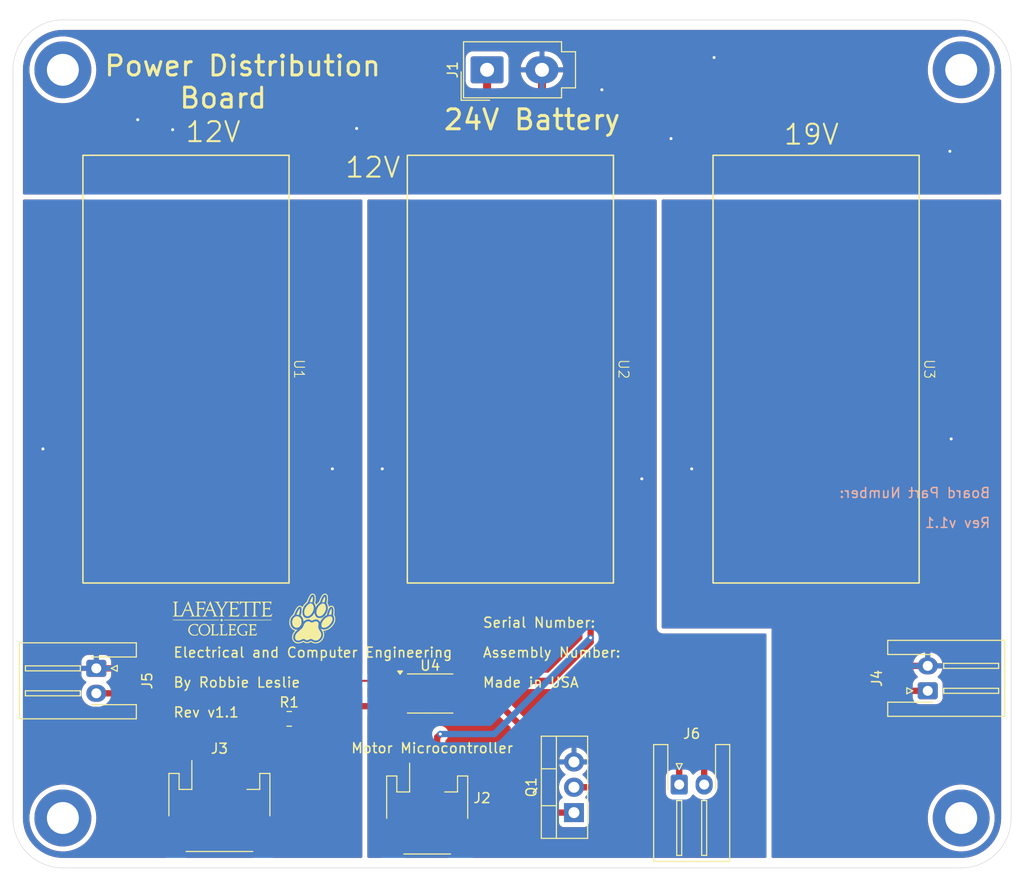
<source format=kicad_pcb>
(kicad_pcb (version 20240108) (generator "pcbnew") (generator_version "8.0")
  (title_block (title "Power Distribution Board") (date "2025-03-07") (rev "v1.1") (company "Lafayette College") (comment 1 "By Robbie Leslie"))
  (layers (0 "F.Cu" signal) (31 "B.Cu" signal) (34 "B.Paste" user) (35 "F.Paste" user) (36 "B.SilkS" user "B.Silkscreen") (37 "F.SilkS" user "F.Silkscreen") (38 "B.Mask" user) (39 "F.Mask" user) (44 "Edge.Cuts" user))
  (net 0 "")
  (net 1 "+BATT")
  (net 2 "-BATT")
  (net 3 "/Reg2 GND")
  (net 4 "/12V Reg2")
  (net 5 "/12V Reg1")
  (net 6 "/Reg1 GND")
  (net 7 "/19V GND")
  (net 8 "/19V")
  (net 9 "/LiDAR On Pin")
  (net 10 "/LiDAR GND")
  (net 11 "/LiDAR Wire")
  (net 12 "Net-(U4-Anode)")
  (footprint "Package_SO:SO-5-6_4.55x3.7mm_P1.27mm" (layer "F.Cu") (at 161.798 112.522)
    (property "Reference" "U4" (at 0 -2.8 0) (layer "F.SilkS"))
    (property "Value" "Optoisolators")
    (pad "1" smd roundrect (at -3.15 -1.27) (size 1.2 0.8) (layers "F.Cu" "F.Paste" "F.Mask") (net 12 "Net-(U4-Anode)"))
    (pad "3" smd roundrect (at -3.15 1.27) (size 1.2 0.8) (layers "F.Cu" "F.Paste" "F.Mask") (net 6 "/Reg1 GND"))
    (pad "4" smd roundrect (at 3.15 1.27) (size 1.2 0.8) (layers "F.Cu" "F.Paste" "F.Mask") (net 3 "/Reg2 GND"))
    (pad "5" smd roundrect (at 3.15 0) (size 1.2 0.8) (layers "F.Cu" "F.Paste" "F.Mask") (net 11 "/LiDAR Wire"))
    (pad "6" smd roundrect (at 3.15 -1.27) (size 1.2 0.8) (layers "F.Cu" "F.Paste" "F.Mask") (net 4 "/12V Reg2"))
  )
  (footprint "Connector_Molex:Molex_Mini-Fit_Jr_5566-02A_2x01_P4.20mm_Vertical" (layer "F.Cu") (at 167.5 50 90)
    (property "Reference" "J1" (at 0 -3.45 90) (layer "F.SilkS"))
    (property "Value" "~")
    (property "Connects To" "24V Battery" (at -5 4.5 0) (layer "F.SilkS") (effects (font (size 2 2) (thickness 0.3))))
    (pad "1" thru_hole roundrect (at 0 0 90) (size 2.7 3.3) (drill 1.4) (layers "*.Cu" "*.Mask" "In1.Cu" "In2.Cu" "In3.Cu" "In4.Cu" "In5.Cu" "In6.Cu" "In7.Cu" "In8.Cu" "In9.Cu" "In10.Cu" "In11.Cu" "In12.Cu" "In13.Cu" "In14.Cu" "In15.Cu" "In16.Cu" "In17.Cu" "In18.Cu" "In19.Cu" "In20.Cu" "In21.Cu" "In22.Cu" "In23.Cu" "In24.Cu" "In25.Cu" "In26.Cu" "In27.Cu" "In28.Cu" "In29.Cu" "In30.Cu") (roundrect_rratio 0.092593) (net 1 "+BATT"))
    (pad "2" thru_hole oval (at 0 5.5 90) (size 2.7 3.3) (drill 1.4) (layers "*.Cu" "*.Mask" "In1.Cu" "In2.Cu" "In3.Cu" "In4.Cu" "In5.Cu" "In6.Cu" "In7.Cu" "In8.Cu" "In9.Cu" "In10.Cu" "In11.Cu" "In12.Cu" "In13.Cu" "In14.Cu" "In15.Cu" "In16.Cu" "In17.Cu" "In18.Cu" "In19.Cu" "In20.Cu" "In21.Cu" "In22.Cu" "In23.Cu" "In24.Cu" "In25.Cu" "In26.Cu" "In27.Cu" "In28.Cu" "In29.Cu" "In30.Cu") (net 2 "-BATT"))
  )
  (footprint "Regulator_Boards:LM2596" (layer "F.Cu") (at 200.628 80 -90)
    (property "Reference" "U3" (at 0 -11.176 -90) (layer "F.SilkS") (effects (font (thickness 0.1))))
    (property "Value" "~")
    (pad "1" smd roundrect (at -19.558 -7.874 270) (size 3 4.2) (layers "F.Cu" "F.Paste" "F.Mask") (net 1 "+BATT"))
    (pad "2" smd roundrect (at -19.558 8.128 270) (size 3 4.2) (layers "F.Cu" "F.Paste" "F.Mask") (net 2 "-BATT"))
    (pad "3" smd roundrect (at 19.558 -7.874 270) (size 3 4.2) (layers "F.Cu" "F.Paste" "F.Mask") (net 8 "/19V"))
    (pad "4" smd roundrect (at 19.558 8.128 270) (size 3 4.2) (layers "F.Cu" "F.Paste" "F.Mask") (net 7 "/19V GND"))
    (zone (net 0) (net_name "") (layer "F.Cu") (connect_pads (clearance 0)) (min_thickness 0.25)
      (keepout (tracks not_allowed) (vias not_allowed) (pads not_allowed) (copperpour not_allowed) (footprints not_allowed))
      (fill (thermal_gap 0.5) (thermal_bridge_width 0.5))
      (polygon (pts (xy 210.788 62.22) (xy 190.468 62.22) (xy 190.468 97.78) (xy 210.788 97.78)))
    )
  )
  (footprint "Connector_JST:JST_XH_S2B-XH-A-1_1x02_P2.50mm_Horizontal" (layer "F.Cu") (at 186.75 121.65)
    (property "Reference" "J6" (at 1.25 -5.1 0) (layer "F.SilkS"))
    (property "Value" "~")
    (pad "1" thru_hole roundrect (at 0 0) (size 1.7 2) (drill 1) (layers "*.Cu" "*.Mask" "In1.Cu" "In2.Cu" "In3.Cu" "In4.Cu" "In5.Cu" "In6.Cu" "In7.Cu" "In8.Cu" "In9.Cu" "In10.Cu" "In11.Cu" "In12.Cu" "In13.Cu" "In14.Cu" "In15.Cu" "In16.Cu" "In17.Cu" "In18.Cu" "In19.Cu" "In20.Cu" "In21.Cu" "In22.Cu" "In23.Cu" "In24.Cu" "In25.Cu" "In26.Cu" "In27.Cu" "In28.Cu" "In29.Cu" "In30.Cu") (roundrect_rratio 0.147059) (net 10 "/LiDAR GND"))
    (pad "2" thru_hole oval (at 2.5 0) (size 1.7 2) (drill 1) (layers "*.Cu" "*.Mask" "In1.Cu" "In2.Cu" "In3.Cu" "In4.Cu" "In5.Cu" "In6.Cu" "In7.Cu" "In8.Cu" "In9.Cu" "In10.Cu" "In11.Cu" "In12.Cu" "In13.Cu" "In14.Cu" "In15.Cu" "In16.Cu" "In17.Cu" "In18.Cu" "In19.Cu" "In20.Cu" "In21.Cu" "In22.Cu" "In23.Cu" "In24.Cu" "In25.Cu" "In26.Cu" "In27.Cu" "In28.Cu" "In29.Cu" "In30.Cu") (net 4 "/12V Reg2"))
  )
  (footprint "Connector_JST:JST_PH_S2B-PH-SM4-TB_1x02-1MP_P2.00mm_Horizontal" (layer "F.Cu") (at 161.5 124.1)
    (property "Reference" "J2" (at 5.5 -1.1 0) (layer "F.SilkS"))
    (property "Value" "~")
    (property "Connects To" "Motor Microcontroller" (at 0.5 -6.1 0) (layer "F.SilkS"))
    (pad "1" smd roundrect (at -1 -2.85) (size 1 3.5) (layers "F.Cu" "F.Paste" "F.Mask") (net 3 "/Reg2 GND"))
    (pad "2" smd roundrect (at 1 -2.85) (size 1 3.5) (layers "F.Cu" "F.Paste" "F.Mask") (net 4 "/12V Reg2"))
    (pad "MP" smd roundrect (at -3.35 2.9) (size 1.5 3.4) (layers "F.Cu" "F.Paste" "F.Mask") (roundrect_rratio 0.166667))
    (pad "MP" smd roundrect (at 3.35 2.9) (size 1.5 3.4) (layers "F.Cu" "F.Paste" "F.Mask") (roundrect_rratio 0.166667))
  )
  (footprint "Footprints:LeopardPawFootprint" (layer "F.Cu") (at 150 105)
    (property "Reference" "G***" (hide yes))
    (property "Value" "LOGO" (hide yes))
  )
  (footprint "LOGO" (layer "F.Cu") (at 141 105)
    (property "Reference" "G***" (hide yes))
    (property "Value" "LOGO" (hide yes))
  )
  (footprint "MountingHole:MountingHole_3.2mm_M3_ISO7380_Pad" (layer "F.Cu") (at 125 50)
    (property "Reference" "H1" (hide yes))
    (property "Value" "MountingHole")
    (pad "1" thru_hole circle (at 0 0) (size 5.7 5.7) (drill 3.2) (layers "*.Cu" "*.Mask" "In1.Cu" "In2.Cu" "In3.Cu" "In4.Cu" "In5.Cu" "In6.Cu" "In7.Cu" "In8.Cu" "In9.Cu" "In10.Cu" "In11.Cu" "In12.Cu" "In13.Cu" "In14.Cu" "In15.Cu" "In16.Cu" "In17.Cu" "In18.Cu" "In19.Cu" "In20.Cu" "In21.Cu" "In22.Cu" "In23.Cu" "In24.Cu" "In25.Cu" "In26.Cu" "In27.Cu" "In28.Cu" "In29.Cu" "In30.Cu"))
  )
  (footprint "Package_TO_SOT_THT:TO-220-3_Vertical" (layer "F.Cu") (at 176.205 124.46 90)
    (property "Reference" "Q1" (at 2.54 -4.27 90) (layer "F.SilkS"))
    (property "Value" "DMT6009LCT")
    (pad "1" thru_hole rect (at 0 0 90) (size 1.905 2) (drill 1.1) (layers "*.Cu" "*.Mask" "In1.Cu" "In2.Cu" "In3.Cu" "In4.Cu" "In5.Cu" "In6.Cu" "In7.Cu" "In8.Cu" "In9.Cu" "In10.Cu" "In11.Cu" "In12.Cu" "In13.Cu" "In14.Cu" "In15.Cu" "In16.Cu" "In17.Cu" "In18.Cu" "In19.Cu" "In20.Cu" "In21.Cu" "In22.Cu" "In23.Cu" "In24.Cu" "In25.Cu" "In26.Cu" "In27.Cu" "In28.Cu" "In29.Cu" "In30.Cu") (net 11 "/LiDAR Wire"))
    (pad "2" thru_hole oval (at 2.54 0 90) (size 1.905 2) (drill 1.1) (layers "*.Cu" "*.Mask" "In1.Cu" "In2.Cu" "In3.Cu" "In4.Cu" "In5.Cu" "In6.Cu" "In7.Cu" "In8.Cu" "In9.Cu" "In10.Cu" "In11.Cu" "In12.Cu" "In13.Cu" "In14.Cu" "In15.Cu" "In16.Cu" "In17.Cu" "In18.Cu" "In19.Cu" "In20.Cu" "In21.Cu" "In22.Cu" "In23.Cu" "In24.Cu" "In25.Cu" "In26.Cu" "In27.Cu" "In28.Cu" "In29.Cu" "In30.Cu") (net 10 "/LiDAR GND"))
    (pad "3" thru_hole oval (at 5.08 0 90) (size 1.905 2) (drill 1.1) (layers "*.Cu" "*.Mask" "In1.Cu" "In2.Cu" "In3.Cu" "In4.Cu" "In5.Cu" "In6.Cu" "In7.Cu" "In8.Cu" "In9.Cu" "In10.Cu" "In11.Cu" "In12.Cu" "In13.Cu" "In14.Cu" "In15.Cu" "In16.Cu" "In17.Cu" "In18.Cu" "In19.Cu" "In20.Cu" "In21.Cu" "In22.Cu" "In23.Cu" "In24.Cu" "In25.Cu" "In26.Cu" "In27.Cu" "In28.Cu" "In29.Cu" "In30.Cu") (net 3 "/Reg2 GND"))
  )
  (footprint "MountingHole:MountingHole_3.2mm_M3_ISO7380_Pad" (layer "F.Cu") (at 215 125)
    (property "Reference" "H4" (hide yes))
    (property "Value" "MountingHole")
    (pad "1" thru_hole circle (at 0 0) (size 5.7 5.7) (drill 3.2) (layers "*.Cu" "*.Mask" "In1.Cu" "In2.Cu" "In3.Cu" "In4.Cu" "In5.Cu" "In6.Cu" "In7.Cu" "In8.Cu" "In9.Cu" "In10.Cu" "In11.Cu" "In12.Cu" "In13.Cu" "In14.Cu" "In15.Cu" "In16.Cu" "In17.Cu" "In18.Cu" "In19.Cu" "In20.Cu" "In21.Cu" "In22.Cu" "In23.Cu" "In24.Cu" "In25.Cu" "In26.Cu" "In27.Cu" "In28.Cu" "In29.Cu" "In30.Cu"))
  )
  (footprint "MountingHole:MountingHole_3.2mm_M3_ISO7380_Pad" (layer "F.Cu") (at 125 125)
    (property "Reference" "H3" (hide yes))
    (property "Value" "MountingHole" (hide yes))
    (pad "1" thru_hole circle (at 0 0) (size 5.7 5.7) (drill 3.2) (layers "*.Cu" "*.Mask" "In1.Cu" "In2.Cu" "In3.Cu" "In4.Cu" "In5.Cu" "In6.Cu" "In7.Cu" "In8.Cu" "In9.Cu" "In10.Cu" "In11.Cu" "In12.Cu" "In13.Cu" "In14.Cu" "In15.Cu" "In16.Cu" "In17.Cu" "In18.Cu" "In19.Cu" "In20.Cu" "In21.Cu" "In22.Cu" "In23.Cu" "In24.Cu" "In25.Cu" "In26.Cu" "In27.Cu" "In28.Cu" "In29.Cu" "In30.Cu"))
  )
  (footprint "MountingHole:MountingHole_3.2mm_M3_ISO7380_Pad" (layer "F.Cu") (at 215 50)
    (property "Reference" "H2" (hide yes))
    (property "Value" "MountingHole")
    (pad "1" thru_hole circle (at 0 0) (size 5.7 5.7) (drill 3.2) (layers "*.Cu" "*.Mask" "In1.Cu" "In2.Cu" "In3.Cu" "In4.Cu" "In5.Cu" "In6.Cu" "In7.Cu" "In8.Cu" "In9.Cu" "In10.Cu" "In11.Cu" "In12.Cu" "In13.Cu" "In14.Cu" "In15.Cu" "In16.Cu" "In17.Cu" "In18.Cu" "In19.Cu" "In20.Cu" "In21.Cu" "In22.Cu" "In23.Cu" "In24.Cu" "In25.Cu" "In26.Cu" "In27.Cu" "In28.Cu" "In29.Cu" "In30.Cu"))
  )
  (footprint "Connector_JST:JST_PH_S3B-PH-SM4-TB_1x03-1MP_P2.00mm_Horizontal" (layer "F.Cu") (at 140.684 123.846)
    (property "Reference" "J3" (at 0 -5.8 0) (layer "F.SilkS"))
    (property "Value" "12V")
    (pad "1" smd roundrect (at -2 -2.85) (size 1 3.5) (layers "F.Cu" "F.Paste" "F.Mask") (net 6 "/Reg1 GND"))
    (pad "2" smd roundrect (at 0 -2.85) (size 1 3.5) (layers "F.Cu" "F.Paste" "F.Mask") (net 5 "/12V Reg1"))
    (pad "3" smd roundrect (at 2 -2.85) (size 1 3.5) (layers "F.Cu" "F.Paste" "F.Mask") (net 9 "/LiDAR On Pin"))
    (pad "MP" smd roundrect (at -4.35 2.9) (size 1.5 3.4) (layers "F.Cu" "F.Paste" "F.Mask") (roundrect_rratio 0.166667))
    (pad "MP" smd roundrect (at 4.35 2.9) (size 1.5 3.4) (layers "F.Cu" "F.Paste" "F.Mask") (roundrect_rratio 0.166667))
  )
  (footprint "Connector_JST:JST_XH_S2B-XH-A-1_1x02_P2.50mm_Horizontal" (layer "F.Cu") (at 128.35 110 -90)
    (property "Reference" "J5" (at 1.25 -5.1 -90) (layer "F.SilkS"))
    (property "Value" "~")
    (pad "1" thru_hole roundrect (at 0 0 270) (size 1.7 2) (drill 1) (layers "*.Cu" "*.Mask" "In1.Cu" "In2.Cu" "In3.Cu" "In4.Cu" "In5.Cu" "In6.Cu" "In7.Cu" "In8.Cu" "In9.Cu" "In10.Cu" "In11.Cu" "In12.Cu" "In13.Cu" "In14.Cu" "In15.Cu" "In16.Cu" "In17.Cu" "In18.Cu" "In19.Cu" "In20.Cu" "In21.Cu" "In22.Cu" "In23.Cu" "In24.Cu" "In25.Cu" "In26.Cu" "In27.Cu" "In28.Cu" "In29.Cu" "In30.Cu") (roundrect_rratio 0.147059) (net 6 "/Reg1 GND"))
    (pad "2" thru_hole oval (at 2.5 0 270) (size 1.7 2) (drill 1) (layers "*.Cu" "*.Mask" "In1.Cu" "In2.Cu" "In3.Cu" "In4.Cu" "In5.Cu" "In6.Cu" "In7.Cu" "In8.Cu" "In9.Cu" "In10.Cu" "In11.Cu" "In12.Cu" "In13.Cu" "In14.Cu" "In15.Cu" "In16.Cu" "In17.Cu" "In18.Cu" "In19.Cu" "In20.Cu" "In21.Cu" "In22.Cu" "In23.Cu" "In24.Cu" "In25.Cu" "In26.Cu" "In27.Cu" "In28.Cu" "In29.Cu" "In30.Cu") (net 5 "/12V Reg1"))
  )
  (footprint "Regulator_Boards:LM2596" (layer "F.Cu") (at 137.5 80 -90)
    (property "Reference" "U1" (at 0 -11.176 -90) (layer "F.SilkS") (effects (font (thickness 0.1))))
    (property "Value" "~")
    (pad "1" smd roundrect (at -19.558 -7.874 270) (size 3 4.2) (layers "F.Cu" "F.Paste" "F.Mask") (net 1 "+BATT"))
    (pad "2" smd roundrect (at -19.558 8.128 270) (size 3 4.2) (layers "F.Cu" "F.Paste" "F.Mask") (net 2 "-BATT"))
    (pad "3" smd roundrect (at 19.558 -7.874 270) (size 3 4.2) (layers "F.Cu" "F.Paste" "F.Mask") (net 5 "/12V Reg1"))
    (pad "4" smd roundrect (at 19.558 8.128 270) (size 3 4.2) (layers "F.Cu" "F.Paste" "F.Mask") (net 6 "/Reg1 GND"))
    (zone (net 0) (net_name "") (layer "F.Cu") (connect_pads (clearance 0)) (min_thickness 0.25)
      (keepout (tracks not_allowed) (vias not_allowed) (pads not_allowed) (copperpour not_allowed) (footprints not_allowed))
      (fill (thermal_gap 0.5) (thermal_bridge_width 0.5))
      (polygon (pts (xy 147.66 62.22) (xy 127.34 62.22) (xy 127.34 97.78) (xy 147.66 97.78)))
    )
  )
  (footprint "Connector_JST:JST_XH_S2B-XH-A-1_1x02_P2.50mm_Horizontal" (layer "F.Cu") (at 211.65 112.25 90)
    (property "Reference" "J4" (at 1.25 -5.1 90) (layer "F.SilkS"))
    (property "Value" "~")
    (pad "1" thru_hole roundrect (at 0 0 90) (size 1.7 2) (drill 1) (layers "*.Cu" "*.Mask" "In1.Cu" "In2.Cu" "In3.Cu" "In4.Cu" "In5.Cu" "In6.Cu" "In7.Cu" "In8.Cu" "In9.Cu" "In10.Cu" "In11.Cu" "In12.Cu" "In13.Cu" "In14.Cu" "In15.Cu" "In16.Cu" "In17.Cu" "In18.Cu" "In19.Cu" "In20.Cu" "In21.Cu" "In22.Cu" "In23.Cu" "In24.Cu" "In25.Cu" "In26.Cu" "In27.Cu" "In28.Cu" "In29.Cu" "In30.Cu") (roundrect_rratio 0.147059) (net 8 "/19V"))
    (pad "2" thru_hole oval (at 2.5 0 90) (size 1.7 2) (drill 1) (layers "*.Cu" "*.Mask" "In1.Cu" "In2.Cu" "In3.Cu" "In4.Cu" "In5.Cu" "In6.Cu" "In7.Cu" "In8.Cu" "In9.Cu" "In10.Cu" "In11.Cu" "In12.Cu" "In13.Cu" "In14.Cu" "In15.Cu" "In16.Cu" "In17.Cu" "In18.Cu" "In19.Cu" "In20.Cu" "In21.Cu" "In22.Cu" "In23.Cu" "In24.Cu" "In25.Cu" "In26.Cu" "In27.Cu" "In28.Cu" "In29.Cu" "In30.Cu") (net 7 "/19V GND"))
  )
  (footprint "Resistor_SMD:R_0805_2012Metric" (layer "F.Cu") (at 147.6775 115.062)
    (property "Reference" "R1" (at 0 -1.65 0) (layer "F.SilkS"))
    (property "Value" "174")
    (pad "1" smd roundrect (at -0.9125 0) (size 1.025 1.4) (layers "F.Cu" "F.Paste" "F.Mask") (roundrect_rratio 0.243902) (net 9 "/LiDAR On Pin"))
    (pad "2" smd roundrect (at 0.9125 0) (size 1.025 1.4) (layers "F.Cu" "F.Paste" "F.Mask") (roundrect_rratio 0.243902) (net 12 "Net-(U4-Anode)"))
  )
  (footprint "Regulator_Boards:LM2596" (layer "F.Cu") (at 170 80 -90)
    (property "Reference" "U2" (at 0 -11.176 -90) (layer "F.SilkS") (effects (font (thickness 0.1))))
    (property "Value" "~")
    (pad "1" smd roundrect (at -19.558 -7.874 270) (size 3 4.2) (layers "F.Cu" "F.Paste" "F.Mask") (net 1 "+BATT"))
    (pad "2" smd roundrect (at -19.558 8.128 270) (size 3 4.2) (layers "F.Cu" "F.Paste" "F.Mask") (net 2 "-BATT"))
    (pad "3" smd roundrect (at 19.558 -7.874 270) (size 3 4.2) (layers "F.Cu" "F.Paste" "F.Mask") (net 4 "/12V Reg2"))
    (pad "4" smd roundrect (at 19.558 8.128 270) (size 3 4.2) (layers "F.Cu" "F.Paste" "F.Mask") (net 3 "/Reg2 GND"))
    (zone (net 0) (net_name "") (layer "F.Cu") (connect_pads (clearance 0)) (min_thickness 0.25)
      (keepout (tracks not_allowed) (vias not_allowed) (pads not_allowed) (copperpour not_allowed) (footprints not_allowed))
      (fill (thermal_gap 0.5) (thermal_bridge_width 0.5))
      (polygon (pts (xy 180.16 62.22) (xy 159.84 62.22) (xy 159.84 97.78) (xy 180.16 97.78)))
    )
  )
  (gr_line (start 125 45) (end 215 45) (stroke (width 0.05)) (layer "Edge.Cuts"))
  (gr_line (start 120 50) (end 120 125) (stroke (width 0.05)) (layer "Edge.Cuts"))
  (gr_arc (start 215 45) (mid 218.535534 46.464466) (end 220 50) (stroke (width 0.05)) (layer "Edge.Cuts"))
  (gr_arc (start 220 125) (mid 218.535534 128.535534) (end 215 130) (stroke (width 0.05)) (layer "Edge.Cuts"))
  (gr_line (start 125 130) (end 215 130) (stroke (width 0.05)) (layer "Edge.Cuts"))
  (gr_arc (start 120 50) (mid 121.464466 46.464466) (end 125 45) (stroke (width 0.05)) (layer "Edge.Cuts"))
  (gr_line (start 220 50) (end 220 125) (stroke (width 0.05)) (layer "Edge.Cuts"))
  (gr_arc (start 125 130) (mid 121.464466 128.535534) (end 120 125) (stroke (width 0.05)) (layer "Edge.Cuts"))
  (gr_text "Board Part Number:" (at 218 93 0) (layer "B.SilkS") (effects (font (size 1 1)) (justify left bottom mirror)))
  (gr_text "Rev v1.1" (at 218 96 0) (layer "B.SilkS") (effects (font (size 1 1)) (justify left bottom mirror)))
  (gr_text "Serial Number:" (at 167 106 0) (layer "F.SilkS") (effects (font (size 1 1)) (justify left bottom)))
  (gr_text "12V" (at 137.16 57.404 0) (layer "F.SilkS") (effects (font (size 2 2) (thickness 0.2)) (justify left bottom)))
  (gr_text "19V" (at 197.104 57.658 0) (layer "F.SilkS") (effects (font (size 2 2) (thickness 0.2)) (justify left bottom)))
  (gr_text "By Robbie Leslie" (at 136 112 0) (layer "F.SilkS") (effects (font (size 1 1)) (justify left bottom)))
  (gr_text "Electrical and Computer Engineering" (at 136 109 0) (layer "F.SilkS") (effects (font (size 1 1)) (justify left bottom)))
  (gr_text "Made in USA" (at 167 112 0) (layer "F.SilkS") (effects (font (size 1 1)) (justify left bottom)))
  (gr_text "Power Distribution\n	Board" (at 129 54 0) (layer "F.SilkS") (effects (font (size 2 2) (thickness 0.3) (bold yes)) (justify left bottom)))
  (gr_text "Assembly Number:" (at 167 109 0) (layer "F.SilkS") (effects (font (size 1 1)) (justify left bottom)))
  (gr_text "12V" (at 153.162 60.96 0) (layer "F.SilkS") (effects (font (size 2 2) (thickness 0.2)) (justify left bottom)))
  (gr_text "Rev v1.1" (at 136 115 0) (layer "F.SilkS") (effects (font (size 1 1)) (justify left bottom)))
  (segment (start 180 55) (end 183 52) (width 0.8) (layer "F.Cu") (net 1))
  (segment (start 167.5 55.5) (end 164.5 55.5) (width 0.8) (layer "F.Cu") (net 1))
  (segment (start 145.374 57.126) (end 147.5 55) (width 0.8) (layer "F.Cu") (net 1))
  (segment (start 208.502 56.002) (end 207.5 55) (width 0.8) (layer "F.Cu") (net 1))
  (segment (start 183 52) (end 204.5 52) (width 0.8) (layer "F.Cu") (net 1))
  (segment (start 145.374 60.442) (end 145.374 57.126) (width 0.8) (layer "F.Cu") (net 1))
  (segment (start 169 57) (end 167.5 55.5) (width 0.8) (layer "F.Cu") (net 1))
  (segment (start 177.748 57) (end 177.874 57.126) (width 0.8) (layer "F.Cu") (net 1))
  (segment (start 167.5 55.5) (end 167.5 50) (width 0.8) (layer "F.Cu") (net 1))
  (segment (start 164.5 55.5) (end 161 52) (width 0.8) (layer "F.Cu") (net 1))
  (segment (start 177.874 57.126) (end 180 55) (width 0.8) (layer "F.Cu") (net 1))
  (segment (start 204.5 52) (end 207.5 55) (width 0.8) (layer "F.Cu") (net 1))
  (segment (start 150.5 52) (end 147.5 55) (width 0.8) (layer "F.Cu") (net 1))
  (segment (start 177.874 60.442) (end 177.874 57.126) (width 0.8) (layer "F.Cu") (net 1))
  (segment (start 161 52) (end 150.5 52) (width 0.8) (layer "F.Cu") (net 1))
  (segment (start 208.502 60.442) (end 208.502 56.002) (width 0.8) (layer "F.Cu") (net 1))
  (segment (start 169 57) (end 177.748 57) (width 0.8) (layer "F.Cu") (net 1))
  (segment (start 161.872 56.872) (end 160 55) (width 0.8) (layer "F.Cu") (net 2))
  (segment (start 173 54.8) (end 173 50) (width 0.8) (layer "F.Cu") (net 2))
  (segment (start 192.5 57.5) (end 190 55) (width 0.8) (layer "F.Cu") (net 2))
  (segment (start 129.372 60.442) (end 129.372 58.128) (width 0.8) (layer "F.Cu") (net 2))
  (segment (start 161.872 60.442) (end 161.872 56.872) (width 0.8) (layer "F.Cu") (net 2))
  (segment (start 174 55.8) (end 175.2 55.8) (width 0.8) (layer "F.Cu") (net 2))
  (segment (start 192.5 60.442) (end 192.5 57.5) (width 0.8) (layer "F.Cu") (net 2))
  (segment (start 129.372 58.128) (end 132.5 55) (width 0.8) (layer "F.Cu") (net 2))
  (segment (start 175.2 55.8) (end 179 52) (width 0.8) (layer "F.Cu") (net 2))
  (segment (start 174 55.8) (end 173 54.8) (width 0.8) (layer "F.Cu") (net 2))
  (via (at 154.432 55.88) (size 0.6) (drill 0.3) (layers "F.Cu" "B.Cu") (net 2))
  (via (at 185.928 56.896) (size 0.6) (drill 0.3) (layers "F.Cu" "B.Cu") (net 2))
  (via (at 179 52) (size 0.6) (drill 0.3) (layers "F.Cu" "B.Cu") (net 2))
  (via (at 136 56) (size 0.6) (drill 0.3) (layers "F.Cu" "B.Cu") (net 2))
  (via (at 132.5 55) (size 0.6) (drill 0.3) (layers "F.Cu" "B.Cu") (net 2))
  (via (at 200 56) (size 0.6) (drill 0.3) (layers "F.Cu" "B.Cu") (net 2))
  (via (at 213.868 58.166) (size 0.6) (drill 0.3) (layers "F.Cu" "B.Cu") (net 2))
  (via (at 190.246 48.768) (size 0.6) (drill 0.3) (layers "F.Cu" "B.Cu") (net 2))
  (segment (start 162 105) (end 161.872 104.872) (width 0.635) (layer "F.Cu") (net 3))
  (segment (start 160.5 121.25) (end 160.5 116.812) (width 0.635) (layer "F.Cu") (net 3))
  (segment (start 161.872 99.558) (end 161.872 104.872) (width 0.635) (layer "F.Cu") (net 3))
  (segment (start 160.5 116.812) (end 160.02 116.332) (width 0.635) (layer "F.Cu") (net 3))
  (via (at 157 90) (size 0.6) (drill 0.3) (layers "F.Cu" "B.Cu") (net 3))
  (via (at 183 91) (size 0.6) (drill 0.3) (layers "F.Cu" "B.Cu") (net 3))
  (segment (start 189.25 113.25) (end 189.25 121.65) (width 0.635) (layer "F.Cu") (net 4))
  (segment (start 177.874 104.648) (end 180.594 104.648) (width 0.635) (layer "F.Cu") (net 4))
  (segment (start 180.594 104.648) (end 186.946 111) (width 0.635) (layer "F.Cu") (net 4))
  (segment (start 187 111) (end 189.25 113.25) (width 0.635) (layer "F.Cu") (net 4))
  (segment (start 173.99 111.252) (end 177.874 107.368) (width 0.635) (layer "F.Cu") (net 4))
  (segment (start 164.948 111.252) (end 173.99 111.252) (width 0.635) (layer "F.Cu") (net 4))
  (segment (start 177.874 107.368) (end 177.874 106.934) (width 0.635) (layer "F.Cu") (net 4))
  (segment (start 177.874 106.934) (end 177.874 104.648) (width 0.635) (layer "F.Cu") (net 4))
  (segment (start 162.5 121.25) (end 162.5 116.9) (width 0.635) (layer "F.Cu") (net 4))
  (segment (start 162.5 116.9) (end 162.814 116.586) (width 0.635) (layer "F.Cu") (net 4))
  (segment (start 186.946 111) (end 187 111) (width 0.635) (layer "F.Cu") (net 4))
  (segment (start 177.874 104.648) (end 177.874 99.558) (width 0.635) (layer "F.Cu") (net 4))
  (via (at 177.874 106.934) (size 0.6) (drill 0.3) (layers "F.Cu" "B.Cu") (net 4))
  (via (at 162.814 116.586) (size 0.6) (drill 0.3) (layers "F.Cu" "B.Cu") (net 4))
  (segment (start 168.222 116.586) (end 177.874 106.934) (width 0.635) (layer "B.Cu") (net 4))
  (segment (start 162.814 116.586) (end 168.222 116.586) (width 0.635) (layer "B.Cu") (net 4))
  (segment (start 141.5 112.5) (end 145.374 108.626) (width 0.635) (layer "F.Cu") (net 5))
  (segment (start 140.684 120.996) (end 140.684 113.316) (width 0.635) (layer "F.Cu") (net 5))
  (segment (start 140.684 113.316) (end 141.5 112.5) (width 0.635) (layer "F.Cu") (net 5))
  (segment (start 141.5 112.5) (end 128.35 112.5) (width 0.635) (layer "F.Cu") (net 5))
  (segment (start 145.374 108.626) (end 145.374 99.558) (width 0.635) (layer "F.Cu") (net 5))
  (segment (start 158.648 113.792) (end 154.432 113.792) (width 0.635) (layer "F.Cu") (net 6))
  (segment (start 137 109) (end 136 110) (width 0.635) (layer "F.Cu") (net 6))
  (segment (start 136 110) (end 128.35 110) (width 0.635) (layer "F.Cu") (net 6))
  (segment (start 129.372 99.558) (end 129.372 103.372) (width 0.635) (layer "F.Cu") (net 6))
  (segment (start 154.432 113.792) (end 150.368 117.856) (width 0.635) (layer "F.Cu") (net 6))
  (segment (start 129.372 103.372) (end 131 105) (width 0.635) (layer "F.Cu") (net 6))
  (via (at 152 90) (size 0.6) (drill 0.3) (layers "F.Cu" "B.Cu") (net 6))
  (via (at 123 88) (size 0.6) (drill 0.3) (layers "F.Cu" "B.Cu") (net 6))
  (segment (start 192.5 99.558) (end 192.5 101.5) (width 0.635) (layer "F.Cu") (net 7))
  (segment (start 211.65 109.75) (end 205.75 109.75) (width 0.635) (layer "F.Cu") (net 7))
  (segment (start 194 103) (end 197 103) (width 0.635) (layer "F.Cu") (net 7))
  (segment (start 192.5 101.5) (end 194 103) (width 0.635) (layer "F.Cu") (net 7))
  (segment (start 205.75 109.75) (end 205 109) (width 0.635) (layer "F.Cu") (net 7))
  (via (at 214 87) (size 0.6) (drill 0.3) (layers "F.Cu" "B.Cu") (net 7))
  (via (at 188 90) (size 0.6) (drill 0.3) (layers "F.Cu" "B.Cu") (net 7))
  (segment (start 202.25 112.25) (end 201 111) (width 0.635) (layer "F.Cu") (net 8))
  (segment (start 201 107) (end 204 104) (width 0.635) (layer "F.Cu") (net 8))
  (segment (start 207 104) (end 208.502 102.498) (width 0.635) (layer "F.Cu") (net 8))
  (segment (start 204 104) (end 207 104) (width 0.635) (layer "F.Cu") (net 8))
  (segment (start 208.502 102.498) (end 208.502 99.558) (width 0.635) (layer "F.Cu") (net 8))
  (segment (start 201 111) (end 201 107) (width 0.635) (layer "F.Cu") (net 8))
  (segment (start 211.65 112.25) (end 202.25 112.25) (width 0.635) (layer "F.Cu") (net 8))
  (segment (start 142.684 116.396) (end 144.018 115.062) (width 0.2) (layer "F.Cu") (net 9))
  (segment (start 142.684 120.996) (end 142.684 116.396) (width 0.2) (layer "F.Cu") (net 9))
  (segment (start 144.018 115.062) (end 146.765 115.062) (width 0.2) (layer "F.Cu") (net 9))
  (segment (start 180.594 119.888) (end 180.594 115.824) (width 0.635) (layer "F.Cu") (net 10))
  (segment (start 180.594 115.824) (end 181.61 114.808) (width 0.635) (layer "F.Cu") (net 10))
  (segment (start 184.808 114.808) (end 186.75 116.75) (width 0.635) (layer "F.Cu") (net 10))
  (segment (start 181.61 114.808) (end 184.808 114.808) (width 0.635) (layer "F.Cu") (net 10))
  (segment (start 176.205 121.92) (end 178.562 121.92) (width 0.635) (layer "F.Cu") (net 10))
  (segment (start 178.562 121.92) (end 180.594 119.888) (width 0.635) (layer "F.Cu") (net 10))
  (segment (start 186.75 116.75) (end 186.75 121.65) (width 0.635) (layer "F.Cu") (net 10))
  (segment (start 170.688 115.57) (end 170.688 123.444) (width 0.635) (layer "F.Cu") (net 11))
  (segment (start 171.704 124.46) (end 176.205 124.46) (width 0.635) (layer "F.Cu") (net 11))
  (segment (start 170.688 123.444) (end 171.704 124.46) (width 0.635) (layer "F.Cu") (net 11))
  (segment (start 164.948 112.522) (end 167.64 112.522) (width 0.635) (layer "F.Cu") (net 11))
  (segment (start 167.64 112.522) (end 170.688 115.57) (width 0.635) (layer "F.Cu") (net 11))
  (segment (start 148.59 115.062) (end 149.606 115.062) (width 0.2) (layer "F.Cu") (net 12))
  (segment (start 153.416 111.252) (end 158.648 111.252) (width 0.2) (layer "F.Cu") (net 12))
  (segment (start 149.606 115.062) (end 153.416 111.252) (width 0.2) (layer "F.Cu") (net 12))
  (zone (net 7) (net_name "/19V GND") (layers "F.Cu" "B.Cu") (priority 3) (connect_pads (clearance 0.5)) (min_thickness 0.25) (fill yes (thermal_gap 0.5) (thermal_bridge_width 0.5))
    (polygon (pts (xy 220 106) (xy 220 130) (xy 196 130) (xy 196 106) (xy 185 106) (xy 185 62.5) (xy 220 62.5)))
  )
  (zone (net 2) (net_name "-BATT") (layers "F.Cu" "B.Cu") (priority 4) (connect_pads (clearance 0.5)) (min_thickness 0.25) (fill yes (thermal_gap 0.5) (thermal_bridge_width 0.5))
    (polygon (pts (xy 120 45) (xy 120 62.5) (xy 220 62.5) (xy 220 45)))
  )
  (zone (net 6) (net_name "/Reg1 GND") (layers "F.Cu" "B.Cu") (priority 1) (connect_pads (clearance 0.5)) (min_thickness 0.25) (fill yes (thermal_gap 0.5) (thermal_bridge_width 0.5))
    (polygon (pts (xy 120 62.5) (xy 155 62.5) (xy 155 130) (xy 120 130)))
  )
  (zone (net 3) (net_name "/Reg2 GND") (layers "F.Cu" "B.Cu") (connect_pads (clearance 0.5)) (min_thickness 0.25) (fill yes (thermal_gap 0.5) (thermal_bridge_width 0.5))
    (polygon (pts (xy 185 106) (xy 196 106) (xy 196 117) (xy 196 130) (xy 185 130) (xy 155 130) (xy 155 62.5) (xy 185 62.5)))
  )
)
</source>
